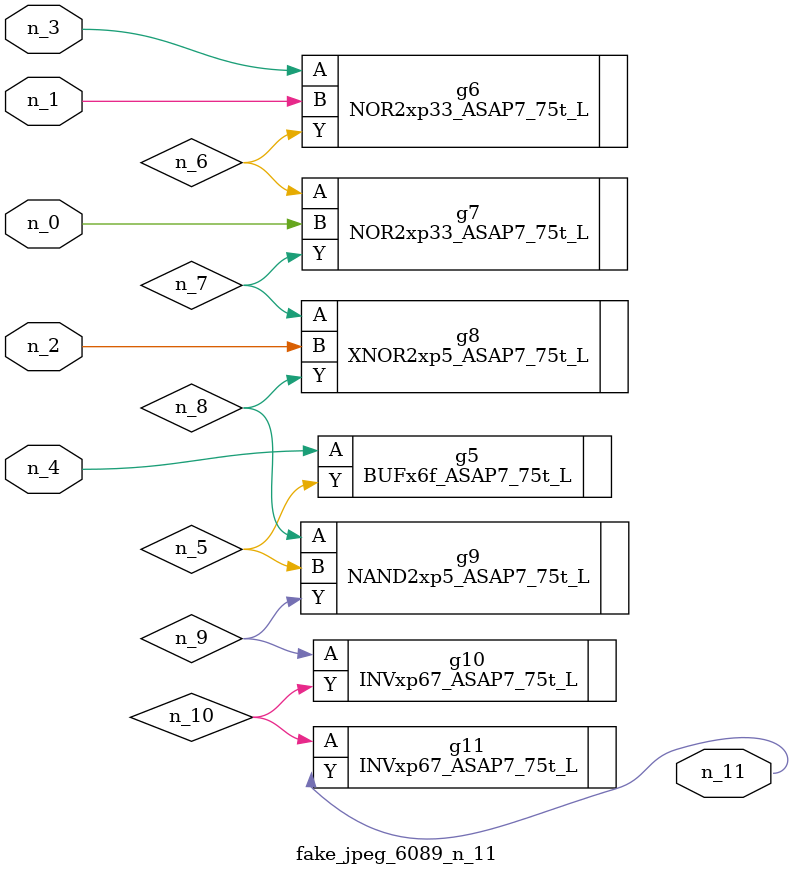
<source format=v>
module fake_jpeg_6089_n_11 (n_3, n_2, n_1, n_0, n_4, n_11);

input n_3;
input n_2;
input n_1;
input n_0;
input n_4;

output n_11;

wire n_10;
wire n_8;
wire n_9;
wire n_6;
wire n_5;
wire n_7;

BUFx6f_ASAP7_75t_L g5 ( 
.A(n_4),
.Y(n_5)
);

NOR2xp33_ASAP7_75t_L g6 ( 
.A(n_3),
.B(n_1),
.Y(n_6)
);

NOR2xp33_ASAP7_75t_L g7 ( 
.A(n_6),
.B(n_0),
.Y(n_7)
);

XNOR2xp5_ASAP7_75t_L g8 ( 
.A(n_7),
.B(n_2),
.Y(n_8)
);

NAND2xp5_ASAP7_75t_L g9 ( 
.A(n_8),
.B(n_5),
.Y(n_9)
);

INVxp67_ASAP7_75t_L g10 ( 
.A(n_9),
.Y(n_10)
);

INVxp67_ASAP7_75t_L g11 ( 
.A(n_10),
.Y(n_11)
);


endmodule
</source>
